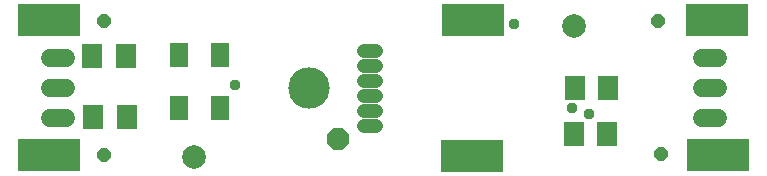
<source format=gbr>
G04 EAGLE Gerber RS-274X export*
G75*
%MOMM*%
%FSLAX34Y34*%
%LPD*%
%INSoldermask Top*%
%IPPOS*%
%AMOC8*
5,1,8,0,0,1.08239X$1,22.5*%
G01*
%ADD10C,2.003200*%
%ADD11C,3.503200*%
%ADD12C,1.524000*%
%ADD13R,1.803200X2.006200*%
%ADD14C,1.211200*%
%ADD15P,1.951982X8X202.500000*%
%ADD16R,5.283200X2.743200*%
%ADD17R,1.603200X2.003200*%
%ADD18C,0.959600*%
%ADD19P,1.255139X8X22.500000*%


D10*
X150000Y14000D03*
X472000Y125000D03*
D11*
X248000Y72500D03*
D12*
X41604Y47100D02*
X28396Y47100D01*
X28396Y72500D02*
X41604Y72500D01*
X41604Y97900D02*
X28396Y97900D01*
X580396Y97900D02*
X593604Y97900D01*
X593604Y72500D02*
X580396Y72500D01*
X580396Y47100D02*
X593604Y47100D01*
D13*
X500320Y33600D03*
X471880Y33600D03*
X501020Y72600D03*
X472580Y72600D03*
X92720Y99100D03*
X64280Y99100D03*
X93280Y47440D03*
X64840Y47440D03*
D14*
X294460Y103550D02*
X304540Y103550D01*
X304540Y90850D02*
X294460Y90850D01*
X294460Y78150D02*
X304540Y78150D01*
X304540Y65450D02*
X294460Y65450D01*
X294460Y52750D02*
X304540Y52750D01*
X304540Y40050D02*
X294460Y40050D01*
D15*
X272500Y29000D03*
D16*
X28000Y130000D03*
X28000Y15500D03*
X593500Y129500D03*
X594000Y15500D03*
X386500Y130000D03*
X386000Y15000D03*
D17*
X172000Y55000D03*
X138000Y55000D03*
X172000Y100000D03*
X138000Y100000D03*
D18*
X185000Y75000D03*
D19*
X545500Y16000D03*
X74000Y15704D03*
X543500Y129296D03*
X74000Y129000D03*
D18*
X470000Y55000D03*
X485000Y50000D03*
X421270Y126270D03*
M02*

</source>
